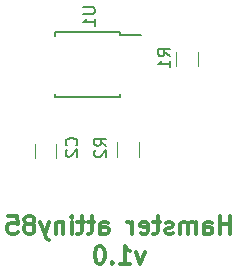
<source format=gbo>
G04 #@! TF.GenerationSoftware,KiCad,Pcbnew,5.0.0*
G04 #@! TF.CreationDate,2018-09-22T16:21:52+03:00*
G04 #@! TF.ProjectId,hamster-attiny85,68616D737465722D617474696E793835,rev?*
G04 #@! TF.SameCoordinates,Original*
G04 #@! TF.FileFunction,Legend,Bot*
G04 #@! TF.FilePolarity,Positive*
%FSLAX46Y46*%
G04 Gerber Fmt 4.6, Leading zero omitted, Abs format (unit mm)*
G04 Created by KiCad (PCBNEW 5.0.0) date Sat Sep 22 16:21:52 2018*
%MOMM*%
%LPD*%
G01*
G04 APERTURE LIST*
%ADD10C,0.300000*%
%ADD11C,0.120000*%
%ADD12C,0.150000*%
G04 APERTURE END LIST*
D10*
X125692857Y-114253571D02*
X125692857Y-112753571D01*
X125692857Y-113467857D02*
X124835714Y-113467857D01*
X124835714Y-114253571D02*
X124835714Y-112753571D01*
X123478571Y-114253571D02*
X123478571Y-113467857D01*
X123550000Y-113325000D01*
X123692857Y-113253571D01*
X123978571Y-113253571D01*
X124121428Y-113325000D01*
X123478571Y-114182142D02*
X123621428Y-114253571D01*
X123978571Y-114253571D01*
X124121428Y-114182142D01*
X124192857Y-114039285D01*
X124192857Y-113896428D01*
X124121428Y-113753571D01*
X123978571Y-113682142D01*
X123621428Y-113682142D01*
X123478571Y-113610714D01*
X122764285Y-114253571D02*
X122764285Y-113253571D01*
X122764285Y-113396428D02*
X122692857Y-113325000D01*
X122550000Y-113253571D01*
X122335714Y-113253571D01*
X122192857Y-113325000D01*
X122121428Y-113467857D01*
X122121428Y-114253571D01*
X122121428Y-113467857D02*
X122050000Y-113325000D01*
X121907142Y-113253571D01*
X121692857Y-113253571D01*
X121550000Y-113325000D01*
X121478571Y-113467857D01*
X121478571Y-114253571D01*
X120835714Y-114182142D02*
X120692857Y-114253571D01*
X120407142Y-114253571D01*
X120264285Y-114182142D01*
X120192857Y-114039285D01*
X120192857Y-113967857D01*
X120264285Y-113825000D01*
X120407142Y-113753571D01*
X120621428Y-113753571D01*
X120764285Y-113682142D01*
X120835714Y-113539285D01*
X120835714Y-113467857D01*
X120764285Y-113325000D01*
X120621428Y-113253571D01*
X120407142Y-113253571D01*
X120264285Y-113325000D01*
X119764285Y-113253571D02*
X119192857Y-113253571D01*
X119550000Y-112753571D02*
X119550000Y-114039285D01*
X119478571Y-114182142D01*
X119335714Y-114253571D01*
X119192857Y-114253571D01*
X118121428Y-114182142D02*
X118264285Y-114253571D01*
X118550000Y-114253571D01*
X118692857Y-114182142D01*
X118764285Y-114039285D01*
X118764285Y-113467857D01*
X118692857Y-113325000D01*
X118550000Y-113253571D01*
X118264285Y-113253571D01*
X118121428Y-113325000D01*
X118050000Y-113467857D01*
X118050000Y-113610714D01*
X118764285Y-113753571D01*
X117407142Y-114253571D02*
X117407142Y-113253571D01*
X117407142Y-113539285D02*
X117335714Y-113396428D01*
X117264285Y-113325000D01*
X117121428Y-113253571D01*
X116978571Y-113253571D01*
X114692857Y-114253571D02*
X114692857Y-113467857D01*
X114764285Y-113325000D01*
X114907142Y-113253571D01*
X115192857Y-113253571D01*
X115335714Y-113325000D01*
X114692857Y-114182142D02*
X114835714Y-114253571D01*
X115192857Y-114253571D01*
X115335714Y-114182142D01*
X115407142Y-114039285D01*
X115407142Y-113896428D01*
X115335714Y-113753571D01*
X115192857Y-113682142D01*
X114835714Y-113682142D01*
X114692857Y-113610714D01*
X114192857Y-113253571D02*
X113621428Y-113253571D01*
X113978571Y-112753571D02*
X113978571Y-114039285D01*
X113907142Y-114182142D01*
X113764285Y-114253571D01*
X113621428Y-114253571D01*
X113335714Y-113253571D02*
X112764285Y-113253571D01*
X113121428Y-112753571D02*
X113121428Y-114039285D01*
X113050000Y-114182142D01*
X112907142Y-114253571D01*
X112764285Y-114253571D01*
X112264285Y-114253571D02*
X112264285Y-113253571D01*
X112264285Y-112753571D02*
X112335714Y-112825000D01*
X112264285Y-112896428D01*
X112192857Y-112825000D01*
X112264285Y-112753571D01*
X112264285Y-112896428D01*
X111550000Y-113253571D02*
X111550000Y-114253571D01*
X111550000Y-113396428D02*
X111478571Y-113325000D01*
X111335714Y-113253571D01*
X111121428Y-113253571D01*
X110978571Y-113325000D01*
X110907142Y-113467857D01*
X110907142Y-114253571D01*
X110335714Y-113253571D02*
X109978571Y-114253571D01*
X109621428Y-113253571D02*
X109978571Y-114253571D01*
X110121428Y-114610714D01*
X110192857Y-114682142D01*
X110335714Y-114753571D01*
X108835714Y-113396428D02*
X108978571Y-113325000D01*
X109050000Y-113253571D01*
X109121428Y-113110714D01*
X109121428Y-113039285D01*
X109050000Y-112896428D01*
X108978571Y-112825000D01*
X108835714Y-112753571D01*
X108550000Y-112753571D01*
X108407142Y-112825000D01*
X108335714Y-112896428D01*
X108264285Y-113039285D01*
X108264285Y-113110714D01*
X108335714Y-113253571D01*
X108407142Y-113325000D01*
X108550000Y-113396428D01*
X108835714Y-113396428D01*
X108978571Y-113467857D01*
X109050000Y-113539285D01*
X109121428Y-113682142D01*
X109121428Y-113967857D01*
X109050000Y-114110714D01*
X108978571Y-114182142D01*
X108835714Y-114253571D01*
X108550000Y-114253571D01*
X108407142Y-114182142D01*
X108335714Y-114110714D01*
X108264285Y-113967857D01*
X108264285Y-113682142D01*
X108335714Y-113539285D01*
X108407142Y-113467857D01*
X108550000Y-113396428D01*
X106907142Y-112753571D02*
X107621428Y-112753571D01*
X107692857Y-113467857D01*
X107621428Y-113396428D01*
X107478571Y-113325000D01*
X107121428Y-113325000D01*
X106978571Y-113396428D01*
X106907142Y-113467857D01*
X106835714Y-113610714D01*
X106835714Y-113967857D01*
X106907142Y-114110714D01*
X106978571Y-114182142D01*
X107121428Y-114253571D01*
X107478571Y-114253571D01*
X107621428Y-114182142D01*
X107692857Y-114110714D01*
X118442857Y-115803571D02*
X118085714Y-116803571D01*
X117728571Y-115803571D01*
X116371428Y-116803571D02*
X117228571Y-116803571D01*
X116800000Y-116803571D02*
X116800000Y-115303571D01*
X116942857Y-115517857D01*
X117085714Y-115660714D01*
X117228571Y-115732142D01*
X115728571Y-116660714D02*
X115657142Y-116732142D01*
X115728571Y-116803571D01*
X115800000Y-116732142D01*
X115728571Y-116660714D01*
X115728571Y-116803571D01*
X114728571Y-115303571D02*
X114585714Y-115303571D01*
X114442857Y-115375000D01*
X114371428Y-115446428D01*
X114300000Y-115589285D01*
X114228571Y-115875000D01*
X114228571Y-116232142D01*
X114300000Y-116517857D01*
X114371428Y-116660714D01*
X114442857Y-116732142D01*
X114585714Y-116803571D01*
X114728571Y-116803571D01*
X114871428Y-116732142D01*
X114942857Y-116660714D01*
X115014285Y-116517857D01*
X115085714Y-116232142D01*
X115085714Y-115875000D01*
X115014285Y-115589285D01*
X114942857Y-115446428D01*
X114871428Y-115375000D01*
X114728571Y-115303571D01*
D11*
G04 #@! TO.C,C2*
X110960000Y-107839564D02*
X110960000Y-106635436D01*
X109140000Y-107839564D02*
X109140000Y-106635436D01*
G04 #@! TO.C,R1*
X122960000Y-100052064D02*
X122960000Y-98847936D01*
X121140000Y-100052064D02*
X121140000Y-98847936D01*
G04 #@! TO.C,R2*
X117960000Y-106535436D02*
X117960000Y-107739564D01*
X116140000Y-106535436D02*
X116140000Y-107739564D01*
D12*
G04 #@! TO.C,U1*
X116400000Y-97195000D02*
X116400000Y-97400000D01*
X110900000Y-97195000D02*
X110900000Y-97495000D01*
X110900000Y-102705000D02*
X110900000Y-102405000D01*
X116400000Y-102705000D02*
X116400000Y-102405000D01*
X116400000Y-97195000D02*
X110900000Y-97195000D01*
X116400000Y-102705000D02*
X110900000Y-102705000D01*
X116400000Y-97400000D02*
X118150000Y-97400000D01*
G04 #@! TO.C,C2*
X112657142Y-106783333D02*
X112704761Y-106735714D01*
X112752380Y-106592857D01*
X112752380Y-106497619D01*
X112704761Y-106354761D01*
X112609523Y-106259523D01*
X112514285Y-106211904D01*
X112323809Y-106164285D01*
X112180952Y-106164285D01*
X111990476Y-106211904D01*
X111895238Y-106259523D01*
X111800000Y-106354761D01*
X111752380Y-106497619D01*
X111752380Y-106592857D01*
X111800000Y-106735714D01*
X111847619Y-106783333D01*
X111847619Y-107164285D02*
X111800000Y-107211904D01*
X111752380Y-107307142D01*
X111752380Y-107545238D01*
X111800000Y-107640476D01*
X111847619Y-107688095D01*
X111942857Y-107735714D01*
X112038095Y-107735714D01*
X112180952Y-107688095D01*
X112752380Y-107116666D01*
X112752380Y-107735714D01*
G04 #@! TO.C,R1*
X120602380Y-99233333D02*
X120126190Y-98900000D01*
X120602380Y-98661904D02*
X119602380Y-98661904D01*
X119602380Y-99042857D01*
X119650000Y-99138095D01*
X119697619Y-99185714D01*
X119792857Y-99233333D01*
X119935714Y-99233333D01*
X120030952Y-99185714D01*
X120078571Y-99138095D01*
X120126190Y-99042857D01*
X120126190Y-98661904D01*
X120602380Y-100185714D02*
X120602380Y-99614285D01*
X120602380Y-99900000D02*
X119602380Y-99900000D01*
X119745238Y-99804761D01*
X119840476Y-99709523D01*
X119888095Y-99614285D01*
G04 #@! TO.C,R2*
X115202380Y-106833333D02*
X114726190Y-106500000D01*
X115202380Y-106261904D02*
X114202380Y-106261904D01*
X114202380Y-106642857D01*
X114250000Y-106738095D01*
X114297619Y-106785714D01*
X114392857Y-106833333D01*
X114535714Y-106833333D01*
X114630952Y-106785714D01*
X114678571Y-106738095D01*
X114726190Y-106642857D01*
X114726190Y-106261904D01*
X114297619Y-107214285D02*
X114250000Y-107261904D01*
X114202380Y-107357142D01*
X114202380Y-107595238D01*
X114250000Y-107690476D01*
X114297619Y-107738095D01*
X114392857Y-107785714D01*
X114488095Y-107785714D01*
X114630952Y-107738095D01*
X115202380Y-107166666D01*
X115202380Y-107785714D01*
G04 #@! TO.C,U1*
X113252380Y-95088095D02*
X114061904Y-95088095D01*
X114157142Y-95135714D01*
X114204761Y-95183333D01*
X114252380Y-95278571D01*
X114252380Y-95469047D01*
X114204761Y-95564285D01*
X114157142Y-95611904D01*
X114061904Y-95659523D01*
X113252380Y-95659523D01*
X114252380Y-96659523D02*
X114252380Y-96088095D01*
X114252380Y-96373809D02*
X113252380Y-96373809D01*
X113395238Y-96278571D01*
X113490476Y-96183333D01*
X113538095Y-96088095D01*
G04 #@! TD*
M02*

</source>
